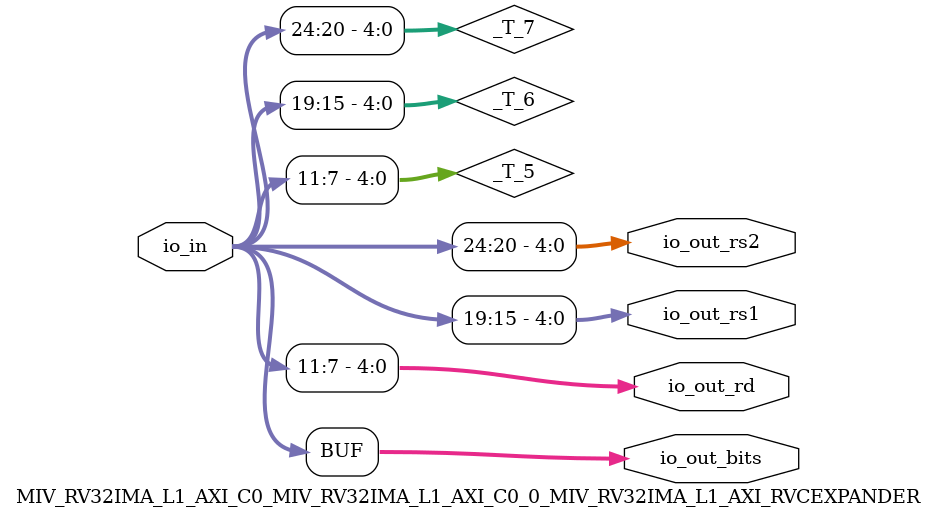
<source format=v>
`ifndef RANDOMIZE_REG_INIT 
	 `define RANDOMIZE_REG_INIT 
 `endif
`ifndef RANDOMIZE_MEM_INIT 
	 `define RANDOMIZE_MEM_INIT 
 `endif
`ifndef RANDOMIZE 
	 `define RANDOMIZE 
`endif

`timescale 1ns/10ps
module MIV_RV32IMA_L1_AXI_C0_MIV_RV32IMA_L1_AXI_C0_0_MIV_RV32IMA_L1_AXI_RVCEXPANDER( // @[:freechips.rocketchip.system.MivRV32ImaL1AhbConfig.fir@107660.2]
  input  [31:0] io_in, // @[:freechips.rocketchip.system.MivRV32ImaL1AhbConfig.fir@107663.4]
  output [31:0] io_out_bits, // @[:freechips.rocketchip.system.MivRV32ImaL1AhbConfig.fir@107663.4]
  output [4:0]  io_out_rd, // @[:freechips.rocketchip.system.MivRV32ImaL1AhbConfig.fir@107663.4]
  output [4:0]  io_out_rs1, // @[:freechips.rocketchip.system.MivRV32ImaL1AhbConfig.fir@107663.4]
  output [4:0]  io_out_rs2 // @[:freechips.rocketchip.system.MivRV32ImaL1AhbConfig.fir@107663.4]
);
  wire [4:0] _T_5; // @[RVC.scala 20:36:freechips.rocketchip.system.MivRV32ImaL1AhbConfig.fir@107669.4]
  wire [4:0] _T_6; // @[RVC.scala 20:57:freechips.rocketchip.system.MivRV32ImaL1AhbConfig.fir@107670.4]
  wire [4:0] _T_7; // @[RVC.scala 20:79:freechips.rocketchip.system.MivRV32ImaL1AhbConfig.fir@107671.4]
  assign _T_5 = io_in[11:7]; // @[RVC.scala 20:36:freechips.rocketchip.system.MivRV32ImaL1AhbConfig.fir@107669.4]
  assign _T_6 = io_in[19:15]; // @[RVC.scala 20:57:freechips.rocketchip.system.MivRV32ImaL1AhbConfig.fir@107670.4]
  assign _T_7 = io_in[24:20]; // @[RVC.scala 20:79:freechips.rocketchip.system.MivRV32ImaL1AhbConfig.fir@107671.4]
  assign io_out_bits = io_in;
  assign io_out_rd = _T_5;
  assign io_out_rs1 = _T_6;
  assign io_out_rs2 = _T_7;
endmodule

</source>
